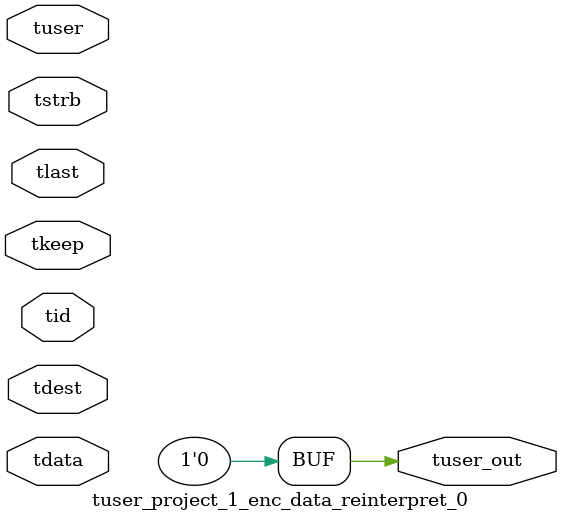
<source format=v>


`timescale 1ps/1ps

module tuser_project_1_enc_data_reinterpret_0 #
(
parameter C_S_AXIS_TUSER_WIDTH = 1,
parameter C_S_AXIS_TDATA_WIDTH = 32,
parameter C_S_AXIS_TID_WIDTH   = 0,
parameter C_S_AXIS_TDEST_WIDTH = 0,
parameter C_M_AXIS_TUSER_WIDTH = 1
)
(
input  [(C_S_AXIS_TUSER_WIDTH == 0 ? 1 : C_S_AXIS_TUSER_WIDTH)-1:0     ] tuser,
input  [(C_S_AXIS_TDATA_WIDTH == 0 ? 1 : C_S_AXIS_TDATA_WIDTH)-1:0     ] tdata,
input  [(C_S_AXIS_TID_WIDTH   == 0 ? 1 : C_S_AXIS_TID_WIDTH)-1:0       ] tid,
input  [(C_S_AXIS_TDEST_WIDTH == 0 ? 1 : C_S_AXIS_TDEST_WIDTH)-1:0     ] tdest,
input  [(C_S_AXIS_TDATA_WIDTH/8)-1:0 ] tkeep,
input  [(C_S_AXIS_TDATA_WIDTH/8)-1:0 ] tstrb,
input                                                                    tlast,
output [C_M_AXIS_TUSER_WIDTH-1:0] tuser_out
);

assign tuser_out = {1'b0};

endmodule


</source>
